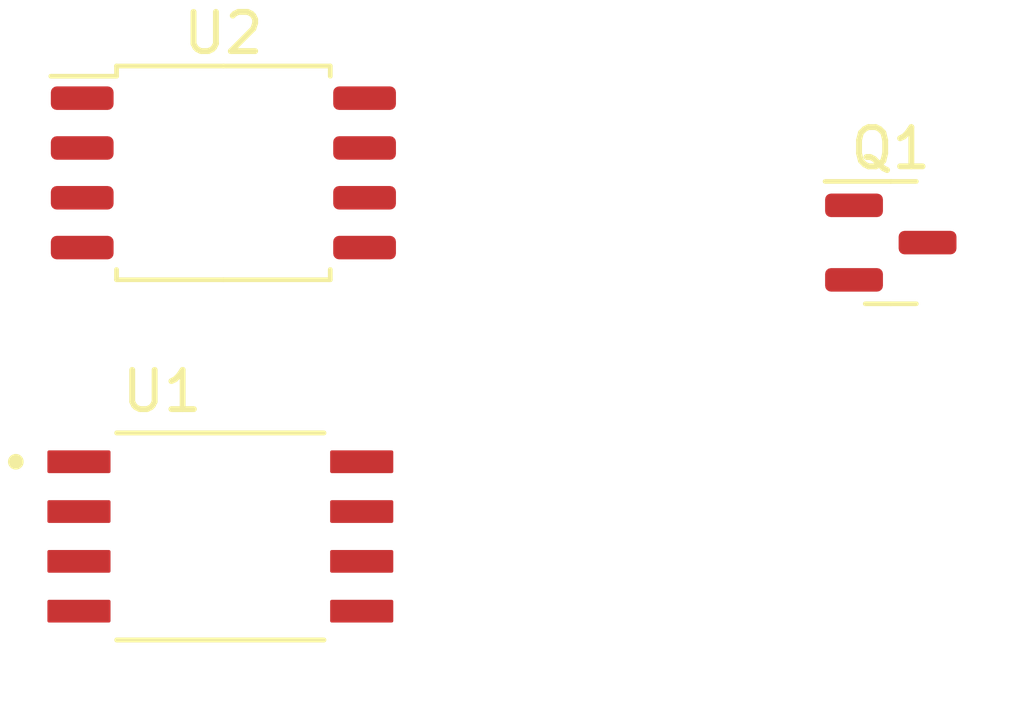
<source format=kicad_pcb>
(kicad_pcb (version 20211014) (generator pcbnew)
  (layers (0 "F.Cu" signal) (31 "B.Cu" signal) (34 "B.Paste" user) (35 "F.Paste" user) (36 "B.SilkS" user "B.Silkscreen") (37 "F.SilkS" user "F.Silkscreen") (38 "B.Mask" user) (39 "F.Mask" user) (44 "Edge.Cuts" user))
  (net 0 "")
  (footprint "01-rickbassham:SOIC127P790X216-8N" (layer "F.Cu") (at 83.742 55.499)
    (fp_text reference "U1" (at -1.485 -3.702) (layer "F.SilkS"))
    (fp_text value "W25Q128JVSIQ")
    (fp_line (start -2.64 -2.64) (end 2.64 -2.64) (layer "F.SilkS") (width 0.127))
    (fp_line (start -2.64 2.64) (end 2.64 2.64) (layer "F.SilkS") (width 0.127))
    (fp_circle (center -5.215 -1.905) (end -5.115 -1.905) (layer "F.SilkS") (width 0.2) (fill none))
    (pad "1" smd roundrect (at -3.605 -1.905) (size 1.61 0.58) (layers "F.Cu" "F.Paste" "F.Mask") (roundrect_rratio 0.07))
    (pad "2" smd roundrect (at -3.605 -0.635) (size 1.61 0.58) (layers "F.Cu" "F.Paste" "F.Mask") (roundrect_rratio 0.07))
    (pad "3" smd roundrect (at -3.605 0.635) (size 1.61 0.58) (layers "F.Cu" "F.Paste" "F.Mask") (roundrect_rratio 0.07))
    (pad "4" smd roundrect (at -3.605 1.905) (size 1.61 0.58) (layers "F.Cu" "F.Paste" "F.Mask") (roundrect_rratio 0.07))
    (pad "5" smd roundrect (at 3.605 1.905) (size 1.61 0.58) (layers "F.Cu" "F.Paste" "F.Mask") (roundrect_rratio 0.07))
    (pad "6" smd roundrect (at 3.605 0.635) (size 1.61 0.58) (layers "F.Cu" "F.Paste" "F.Mask") (roundrect_rratio 0.07))
    (pad "7" smd roundrect (at 3.605 -0.635) (size 1.61 0.58) (layers "F.Cu" "F.Paste" "F.Mask") (roundrect_rratio 0.07))
    (pad "8" smd roundrect (at 3.605 -1.905) (size 1.61 0.58) (layers "F.Cu" "F.Paste" "F.Mask") (roundrect_rratio 0.07))
  )
  (footprint "Package_TO_SOT_SMD:SOT-23" (layer "F.Cu") (at 100.838 48.006)
    (fp_text reference "Q1" (at 0 -2.4) (layer "F.SilkS"))
    (fp_text value "AO3400A")
    (fp_line (start 0 1.56) (end -0.65 1.56) (layer "F.SilkS") (width 0.12))
    (fp_line (start 0 -1.56) (end -1.675 -1.56) (layer "F.SilkS") (width 0.12))
    (fp_line (start 0 -1.56) (end 0.65 -1.56) (layer "F.SilkS") (width 0.12))
    (fp_line (start 0 1.56) (end 0.65 1.56) (layer "F.SilkS") (width 0.12))
    (pad "1" smd roundrect (at -0.9375 -0.95) (size 1.475 0.6) (layers "F.Cu" "F.Paste" "F.Mask"))
    (pad "2" smd roundrect (at -0.9375 0.95) (size 1.475 0.6) (layers "F.Cu" "F.Paste" "F.Mask"))
    (pad "3" smd roundrect (at 0.9375 0) (size 1.475 0.6) (layers "F.Cu" "F.Paste" "F.Mask"))
  )
  (footprint "Package_SO:SOIC-8_5.23x5.23mm_P1.27mm" (layer "F.Cu") (at 83.82 46.228)
    (fp_text reference "U2" (at 0 -3.56) (layer "F.SilkS"))
    (fp_text value "W25Q16JVSNIQ")
    (fp_line (start -2.725 2.725) (end -2.725 2.465) (layer "F.SilkS") (width 0.12))
    (fp_line (start 0 2.725) (end -2.725 2.725) (layer "F.SilkS") (width 0.12))
    (fp_line (start -2.725 -2.725) (end -2.725 -2.465) (layer "F.SilkS") (width 0.12))
    (fp_line (start -2.725 -2.465) (end -4.4 -2.465) (layer "F.SilkS") (width 0.12))
    (fp_line (start 2.725 -2.725) (end 2.725 -2.465) (layer "F.SilkS") (width 0.12))
    (fp_line (start 0 -2.725) (end 2.725 -2.725) (layer "F.SilkS") (width 0.12))
    (fp_line (start 0 2.725) (end 2.725 2.725) (layer "F.SilkS") (width 0.12))
    (fp_line (start 2.725 2.725) (end 2.725 2.465) (layer "F.SilkS") (width 0.12))
    (fp_line (start 0 -2.725) (end -2.725 -2.725) (layer "F.SilkS") (width 0.12))
    (pad "1" smd roundrect (at -3.6 -1.905) (size 1.6 0.6) (layers "F.Cu" "F.Paste" "F.Mask"))
    (pad "2" smd roundrect (at -3.6 -0.635) (size 1.6 0.6) (layers "F.Cu" "F.Paste" "F.Mask"))
    (pad "3" smd roundrect (at -3.6 0.635) (size 1.6 0.6) (layers "F.Cu" "F.Paste" "F.Mask"))
    (pad "4" smd roundrect (at -3.6 1.905) (size 1.6 0.6) (layers "F.Cu" "F.Paste" "F.Mask"))
    (pad "5" smd roundrect (at 3.6 1.905) (size 1.6 0.6) (layers "F.Cu" "F.Paste" "F.Mask"))
    (pad "6" smd roundrect (at 3.6 0.635) (size 1.6 0.6) (layers "F.Cu" "F.Paste" "F.Mask"))
    (pad "7" smd roundrect (at 3.6 -0.635) (size 1.6 0.6) (layers "F.Cu" "F.Paste" "F.Mask"))
    (pad "8" smd roundrect (at 3.6 -1.905) (size 1.6 0.6) (layers "F.Cu" "F.Paste" "F.Mask"))
  )
)
</source>
